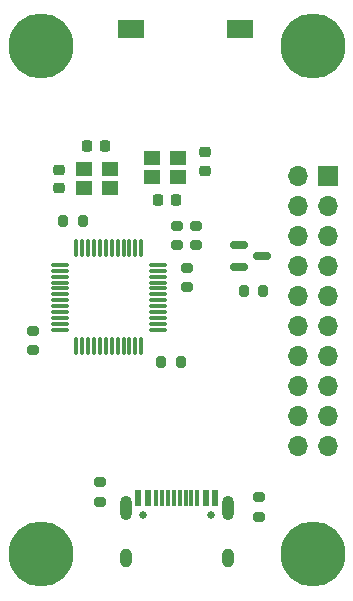
<source format=gbr>
%TF.GenerationSoftware,KiCad,Pcbnew,7.0.11-rc3*%
%TF.CreationDate,2025-03-16T23:25:47+08:00*%
%TF.ProjectId,cooling_DAQ,636f6f6c-696e-4675-9f44-41512e6b6963,rev?*%
%TF.SameCoordinates,Original*%
%TF.FileFunction,Soldermask,Top*%
%TF.FilePolarity,Negative*%
%FSLAX46Y46*%
G04 Gerber Fmt 4.6, Leading zero omitted, Abs format (unit mm)*
G04 Created by KiCad (PCBNEW 7.0.11-rc3) date 2025-03-16 23:25:47*
%MOMM*%
%LPD*%
G01*
G04 APERTURE LIST*
G04 Aperture macros list*
%AMRoundRect*
0 Rectangle with rounded corners*
0 $1 Rounding radius*
0 $2 $3 $4 $5 $6 $7 $8 $9 X,Y pos of 4 corners*
0 Add a 4 corners polygon primitive as box body*
4,1,4,$2,$3,$4,$5,$6,$7,$8,$9,$2,$3,0*
0 Add four circle primitives for the rounded corners*
1,1,$1+$1,$2,$3*
1,1,$1+$1,$4,$5*
1,1,$1+$1,$6,$7*
1,1,$1+$1,$8,$9*
0 Add four rect primitives between the rounded corners*
20,1,$1+$1,$2,$3,$4,$5,0*
20,1,$1+$1,$4,$5,$6,$7,0*
20,1,$1+$1,$6,$7,$8,$9,0*
20,1,$1+$1,$8,$9,$2,$3,0*%
G04 Aperture macros list end*
%ADD10C,5.500000*%
%ADD11RoundRect,0.200000X-0.275000X0.200000X-0.275000X-0.200000X0.275000X-0.200000X0.275000X0.200000X0*%
%ADD12RoundRect,0.225000X0.225000X0.250000X-0.225000X0.250000X-0.225000X-0.250000X0.225000X-0.250000X0*%
%ADD13RoundRect,0.200000X0.275000X-0.200000X0.275000X0.200000X-0.275000X0.200000X-0.275000X-0.200000X0*%
%ADD14RoundRect,0.075000X-0.075000X0.662500X-0.075000X-0.662500X0.075000X-0.662500X0.075000X0.662500X0*%
%ADD15RoundRect,0.075000X-0.662500X0.075000X-0.662500X-0.075000X0.662500X-0.075000X0.662500X0.075000X0*%
%ADD16RoundRect,0.200000X-0.200000X-0.275000X0.200000X-0.275000X0.200000X0.275000X-0.200000X0.275000X0*%
%ADD17RoundRect,0.225000X0.250000X-0.225000X0.250000X0.225000X-0.250000X0.225000X-0.250000X-0.225000X0*%
%ADD18R,2.180000X1.600000*%
%ADD19C,0.650000*%
%ADD20R,0.600000X1.450000*%
%ADD21R,0.300000X1.450000*%
%ADD22O,1.000000X2.100000*%
%ADD23O,1.000000X1.600000*%
%ADD24R,1.400000X1.200000*%
%ADD25RoundRect,0.150000X-0.587500X-0.150000X0.587500X-0.150000X0.587500X0.150000X-0.587500X0.150000X0*%
%ADD26RoundRect,0.225000X-0.250000X0.225000X-0.250000X-0.225000X0.250000X-0.225000X0.250000X0.225000X0*%
%ADD27RoundRect,0.200000X0.200000X0.275000X-0.200000X0.275000X-0.200000X-0.275000X0.200000X-0.275000X0*%
%ADD28RoundRect,0.225000X-0.225000X-0.250000X0.225000X-0.250000X0.225000X0.250000X-0.225000X0.250000X0*%
%ADD29R,1.700000X1.700000*%
%ADD30O,1.700000X1.700000*%
G04 APERTURE END LIST*
D10*
%TO.C,H4*%
X158500000Y-140500000D03*
%TD*%
D11*
%TO.C,R11*%
X154000000Y-135675000D03*
X154000000Y-137325000D03*
%TD*%
D10*
%TO.C,H3*%
X135500000Y-140500000D03*
%TD*%
D12*
%TO.C,C1*%
X140911000Y-105976000D03*
X139361000Y-105976000D03*
%TD*%
D10*
%TO.C,H2*%
X135500000Y-97500000D03*
%TD*%
D13*
%TO.C,C7*%
X148600000Y-114325000D03*
X148600000Y-112675000D03*
%TD*%
D14*
%TO.C,U1*%
X144000000Y-114587500D03*
X143500000Y-114587500D03*
X143000000Y-114587500D03*
X142500000Y-114587500D03*
X142000000Y-114587500D03*
X141500000Y-114587500D03*
X141000000Y-114587500D03*
X140500000Y-114587500D03*
X140000000Y-114587500D03*
X139500000Y-114587500D03*
X139000000Y-114587500D03*
X138500000Y-114587500D03*
D15*
X137087500Y-116000000D03*
X137087500Y-116500000D03*
X137087500Y-117000000D03*
X137087500Y-117500000D03*
X137087500Y-118000000D03*
X137087500Y-118500000D03*
X137087500Y-119000000D03*
X137087500Y-119500000D03*
X137087500Y-120000000D03*
X137087500Y-120500000D03*
X137087500Y-121000000D03*
X137087500Y-121500000D03*
D14*
X138500000Y-122912500D03*
X139000000Y-122912500D03*
X139500000Y-122912500D03*
X140000000Y-122912500D03*
X140500000Y-122912500D03*
X141000000Y-122912500D03*
X141500000Y-122912500D03*
X142000000Y-122912500D03*
X142500000Y-122912500D03*
X143000000Y-122912500D03*
X143500000Y-122912500D03*
X144000000Y-122912500D03*
D15*
X145412500Y-121500000D03*
X145412500Y-121000000D03*
X145412500Y-120500000D03*
X145412500Y-120000000D03*
X145412500Y-119500000D03*
X145412500Y-119000000D03*
X145412500Y-118500000D03*
X145412500Y-118000000D03*
X145412500Y-117500000D03*
X145412500Y-117000000D03*
X145412500Y-116500000D03*
X145412500Y-116000000D03*
%TD*%
D11*
%TO.C,C8*%
X134800000Y-121575000D03*
X134800000Y-123225000D03*
%TD*%
D16*
%TO.C,R16*%
X152675000Y-118250000D03*
X154325000Y-118250000D03*
%TD*%
D17*
%TO.C,C2*%
X137000000Y-109525000D03*
X137000000Y-107975000D03*
%TD*%
D16*
%TO.C,C10*%
X145675000Y-124250000D03*
X147325000Y-124250000D03*
%TD*%
D10*
%TO.C,H1*%
X158500000Y-97500000D03*
%TD*%
D18*
%TO.C,SW1*%
X152340000Y-96000000D03*
X143160000Y-96000000D03*
%TD*%
D19*
%TO.C,J7*%
X144110000Y-137150000D03*
X149890000Y-137150000D03*
D20*
X143750000Y-135705000D03*
X144550000Y-135705000D03*
D21*
X145750000Y-135705000D03*
X146750000Y-135705000D03*
X147250000Y-135705000D03*
X148250000Y-135705000D03*
D20*
X149450000Y-135705000D03*
X150250000Y-135705000D03*
X150250000Y-135705000D03*
X149450000Y-135705000D03*
D21*
X148750000Y-135705000D03*
X147750000Y-135705000D03*
X146250000Y-135705000D03*
X145250000Y-135705000D03*
D20*
X144550000Y-135705000D03*
X143750000Y-135705000D03*
D22*
X142680000Y-136620000D03*
D23*
X142680000Y-140800000D03*
D22*
X151320000Y-136620000D03*
D23*
X151320000Y-140800000D03*
%TD*%
D24*
%TO.C,Y1*%
X141350000Y-107908000D03*
X139150000Y-107908000D03*
X139150000Y-109508000D03*
X141350000Y-109508000D03*
%TD*%
D25*
%TO.C,Q1*%
X152312500Y-114300000D03*
X152312500Y-116200000D03*
X154187500Y-115250000D03*
%TD*%
D26*
%TO.C,C4*%
X149400000Y-106475000D03*
X149400000Y-108025000D03*
%TD*%
D27*
%TO.C,C9*%
X139027000Y-112250000D03*
X137377000Y-112250000D03*
%TD*%
D11*
%TO.C,R10*%
X140500000Y-134425000D03*
X140500000Y-136075000D03*
%TD*%
D24*
%TO.C,Y2*%
X144900000Y-108550000D03*
X147100000Y-108550000D03*
X147100000Y-106950000D03*
X144900000Y-106950000D03*
%TD*%
D13*
%TO.C,C5*%
X147000000Y-114325000D03*
X147000000Y-112675000D03*
%TD*%
D11*
%TO.C,C6*%
X147854000Y-116250000D03*
X147854000Y-117900000D03*
%TD*%
D28*
%TO.C,C3*%
X145386000Y-110550000D03*
X146936000Y-110550000D03*
%TD*%
D29*
%TO.C,J1*%
X159790000Y-108510000D03*
D30*
X157250000Y-108510000D03*
X159790000Y-111050000D03*
X157250000Y-111050000D03*
X159790000Y-113590000D03*
X157250000Y-113590000D03*
X159790000Y-116130000D03*
X157250000Y-116130000D03*
X159790000Y-118670000D03*
X157250000Y-118670000D03*
X159790000Y-121210000D03*
X157250000Y-121210000D03*
X159790000Y-123750000D03*
X157250000Y-123750000D03*
X159790000Y-126290000D03*
X157250000Y-126290000D03*
X159790000Y-128830000D03*
X157250000Y-128830000D03*
X159790000Y-131370000D03*
X157250000Y-131370000D03*
%TD*%
M02*

</source>
